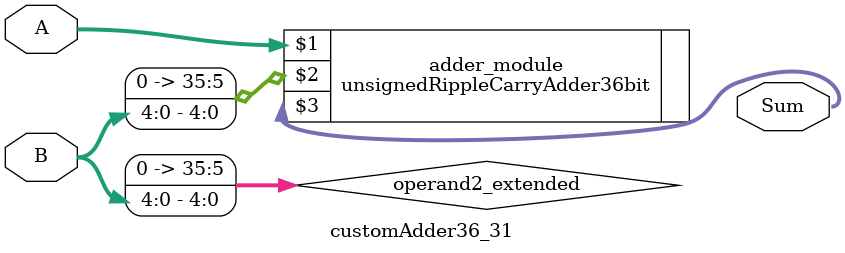
<source format=v>
module customAdder36_31(
                        input [35 : 0] A,
                        input [4 : 0] B,
                        
                        output [36 : 0] Sum
                );

        wire [35 : 0] operand2_extended;
        
        assign operand2_extended =  {31'b0, B};
        
        unsignedRippleCarryAdder36bit adder_module(
            A,
            operand2_extended,
            Sum
        );
        
        endmodule
        
</source>
